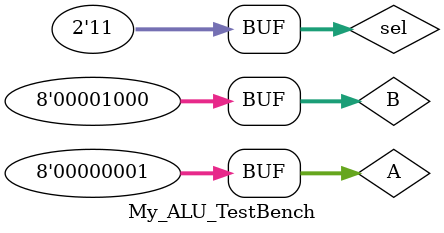
<source format=v>
module My_ALU_TestBench();
	reg signed [7:0] A;
	reg signed [7:0] B;
	wire signed [7:0] S;
	reg [1:0] sel;

	My_ALU my_ALU(S,A,B,sel);
	initial begin
		$dumpfile("alu.vd");
		$dumpvars(0,My_ALU_TestBench);
		A = 8'sb00000001;
		B = 8'sb10000000;
		sel = 0;
		#20;

		B = 8'sb00000001;
		sel = 1;
		#20;

		B = 8'sb11111111;
		sel = 2;
		#20;

		B = 8'sb00000001;
		#20;

		sel = 3;
		#20;

		B = 8'sb00001000;
		#20;
	end
	

endmodule

</source>
